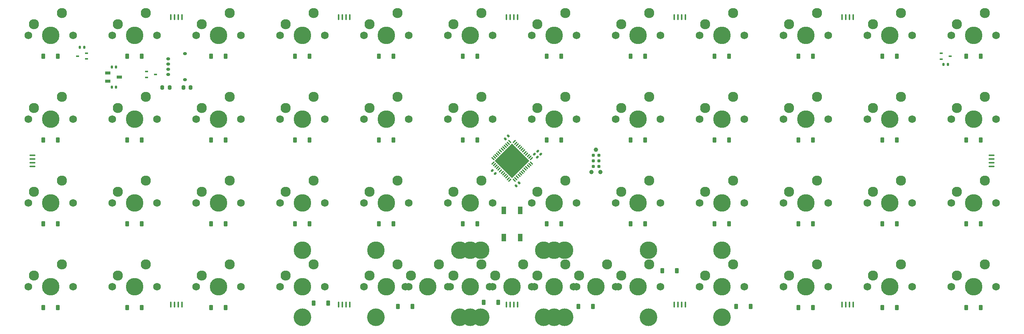
<source format=gbr>
%TF.GenerationSoftware,KiCad,Pcbnew,7.0.1*%
%TF.CreationDate,2023-07-16T15:06:49-04:00*%
%TF.ProjectId,PCB,5043422e-6b69-4636-9164-5f7063625858,rev?*%
%TF.SameCoordinates,Original*%
%TF.FileFunction,Soldermask,Bot*%
%TF.FilePolarity,Negative*%
%FSLAX46Y46*%
G04 Gerber Fmt 4.6, Leading zero omitted, Abs format (unit mm)*
G04 Created by KiCad (PCBNEW 7.0.1) date 2023-07-16 15:06:49*
%MOMM*%
%LPD*%
G01*
G04 APERTURE LIST*
G04 Aperture macros list*
%AMRoundRect*
0 Rectangle with rounded corners*
0 $1 Rounding radius*
0 $2 $3 $4 $5 $6 $7 $8 $9 X,Y pos of 4 corners*
0 Add a 4 corners polygon primitive as box body*
4,1,4,$2,$3,$4,$5,$6,$7,$8,$9,$2,$3,0*
0 Add four circle primitives for the rounded corners*
1,1,$1+$1,$2,$3*
1,1,$1+$1,$4,$5*
1,1,$1+$1,$6,$7*
1,1,$1+$1,$8,$9*
0 Add four rect primitives between the rounded corners*
20,1,$1+$1,$2,$3,$4,$5,0*
20,1,$1+$1,$4,$5,$6,$7,0*
20,1,$1+$1,$6,$7,$8,$9,0*
20,1,$1+$1,$8,$9,$2,$3,0*%
%AMRotRect*
0 Rectangle, with rotation*
0 The origin of the aperture is its center*
0 $1 length*
0 $2 width*
0 $3 Rotation angle, in degrees counterclockwise*
0 Add horizontal line*
21,1,$1,$2,0,0,$3*%
G04 Aperture macros list end*
%ADD10C,1.750000*%
%ADD11C,3.987800*%
%ADD12C,2.300000*%
%ADD13C,4.000000*%
%ADD14RoundRect,0.105000X0.105000X0.545000X-0.105000X0.545000X-0.105000X-0.545000X0.105000X-0.545000X0*%
%ADD15RoundRect,0.225000X-0.225000X-0.375000X0.225000X-0.375000X0.225000X0.375000X-0.225000X0.375000X0*%
%ADD16RoundRect,0.105000X-0.105000X-0.545000X0.105000X-0.545000X0.105000X0.545000X-0.105000X0.545000X0*%
%ADD17RoundRect,0.062500X-0.220971X-0.309359X0.309359X0.220971X0.220971X0.309359X-0.309359X-0.220971X0*%
%ADD18RoundRect,0.062500X0.220971X-0.309359X0.309359X-0.220971X-0.220971X0.309359X-0.309359X0.220971X0*%
%ADD19RotRect,5.600000X5.600000X45.000000*%
%ADD20R,1.100000X1.800000*%
%ADD21R,0.700000X0.450000*%
%ADD22RoundRect,0.135000X0.135000X0.185000X-0.135000X0.185000X-0.135000X-0.185000X0.135000X-0.185000X0*%
%ADD23RoundRect,0.225000X0.225000X0.375000X-0.225000X0.375000X-0.225000X-0.375000X0.225000X-0.375000X0*%
%ADD24RoundRect,0.140000X-0.021213X0.219203X-0.219203X0.021213X0.021213X-0.219203X0.219203X-0.021213X0*%
%ADD25RoundRect,0.140000X0.021213X-0.219203X0.219203X-0.021213X-0.021213X0.219203X-0.219203X0.021213X0*%
%ADD26C,0.990600*%
%ADD27C,0.787400*%
%ADD28RoundRect,0.140000X-0.219203X-0.021213X-0.021213X-0.219203X0.219203X0.021213X0.021213X0.219203X0*%
%ADD29RoundRect,0.105000X-0.545000X0.105000X-0.545000X-0.105000X0.545000X-0.105000X0.545000X0.105000X0*%
%ADD30RoundRect,0.200000X0.200000X0.275000X-0.200000X0.275000X-0.200000X-0.275000X0.200000X-0.275000X0*%
%ADD31RoundRect,0.140000X-0.140000X-0.170000X0.140000X-0.170000X0.140000X0.170000X-0.140000X0.170000X0*%
%ADD32RoundRect,0.135000X-0.135000X-0.185000X0.135000X-0.185000X0.135000X0.185000X-0.135000X0.185000X0*%
%ADD33RoundRect,0.140000X0.219203X0.021213X0.021213X0.219203X-0.219203X-0.021213X-0.021213X-0.219203X0*%
%ADD34R,1.220000X0.650000*%
%ADD35RoundRect,0.105000X0.545000X-0.105000X0.545000X0.105000X-0.545000X0.105000X-0.545000X-0.105000X0*%
%ADD36RoundRect,0.200000X-0.200000X-0.275000X0.200000X-0.275000X0.200000X0.275000X-0.200000X0.275000X0*%
%ADD37RoundRect,0.140000X0.140000X0.170000X-0.140000X0.170000X-0.140000X-0.170000X0.140000X-0.170000X0*%
%ADD38RoundRect,0.150000X-0.275000X0.150000X-0.275000X-0.150000X0.275000X-0.150000X0.275000X0.150000X0*%
%ADD39RoundRect,0.175000X-0.225000X0.175000X-0.225000X-0.175000X0.225000X-0.175000X0.225000X0.175000X0*%
G04 APERTURE END LIST*
D10*
%TO.C,SW32*%
X175577500Y-75009375D03*
D11*
X180657500Y-75009375D03*
D10*
X185737500Y-75009375D03*
D12*
X176847500Y-72469375D03*
X183197500Y-69929375D03*
%TD*%
D10*
%TO.C,SW39*%
X80327500Y-94059375D03*
D11*
X85407500Y-94059375D03*
D10*
X90487500Y-94059375D03*
D12*
X81597500Y-91519375D03*
X87947500Y-88979375D03*
%TD*%
D13*
%TO.C,S2*%
X199707500Y-101044375D03*
D11*
X199707500Y-85804375D03*
D13*
X104457500Y-101044375D03*
D11*
X104457500Y-85804375D03*
%TD*%
D10*
%TO.C,SW16*%
X99377500Y-55959375D03*
D11*
X104457500Y-55959375D03*
D10*
X109537500Y-55959375D03*
D12*
X100647500Y-53419375D03*
X106997500Y-50879375D03*
%TD*%
D10*
%TO.C,SW44*%
X175577500Y-94059375D03*
D11*
X180657500Y-94059375D03*
D10*
X185737500Y-94059375D03*
D12*
X176847500Y-91519375D03*
X183197500Y-88979375D03*
%TD*%
D10*
%TO.C,SW11*%
X232727500Y-36909375D03*
D11*
X237807500Y-36909375D03*
D10*
X242887500Y-36909375D03*
D12*
X233997500Y-34369375D03*
X240347500Y-31829375D03*
%TD*%
D11*
%TO.C,SW53*%
X256857500Y-36909375D03*
%TD*%
D10*
%TO.C,SW8*%
X175577500Y-36909375D03*
D11*
X180657500Y-36909375D03*
D10*
X185737500Y-36909375D03*
D12*
X176847500Y-34369375D03*
X183197500Y-31829375D03*
%TD*%
D10*
%TO.C,SW51*%
X166052500Y-94059375D03*
D11*
X171132500Y-94059375D03*
D10*
X176212500Y-94059375D03*
D12*
X167322500Y-91519375D03*
X173672500Y-88979375D03*
%TD*%
D10*
%TO.C,SW22*%
X213677500Y-55959375D03*
D11*
X218757500Y-55959375D03*
D10*
X223837500Y-55959375D03*
D12*
X214947500Y-53419375D03*
X221297500Y-50879375D03*
%TD*%
D10*
%TO.C,SW28*%
X99377500Y-75009375D03*
D11*
X104457500Y-75009375D03*
D10*
X109537500Y-75009375D03*
D12*
X100647500Y-72469375D03*
X106997500Y-69929375D03*
%TD*%
D10*
%TO.C,SW47*%
X232727500Y-94059375D03*
D11*
X237807500Y-94059375D03*
D10*
X242887500Y-94059375D03*
D12*
X233997500Y-91519375D03*
X240347500Y-88979375D03*
%TD*%
D10*
%TO.C,SW46*%
X213677500Y-94059375D03*
D11*
X218757500Y-94059375D03*
D10*
X223837500Y-94059375D03*
D12*
X214947500Y-91519375D03*
X221297500Y-88979375D03*
%TD*%
D13*
%TO.C,S1*%
X163988750Y-101044375D03*
D11*
X163988750Y-85804375D03*
D13*
X140176250Y-101044375D03*
D11*
X140176250Y-85804375D03*
%TD*%
D10*
%TO.C,SW43*%
X156527500Y-94059375D03*
D11*
X161607500Y-94059375D03*
D10*
X166687500Y-94059375D03*
D12*
X157797500Y-91519375D03*
X164147500Y-88979375D03*
%TD*%
D10*
%TO.C,SW10*%
X213677500Y-36909375D03*
D11*
X218757500Y-36909375D03*
D10*
X223837500Y-36909375D03*
D12*
X214947500Y-34369375D03*
X221297500Y-31829375D03*
%TD*%
D13*
%TO.C,S3*%
X142557500Y-101044375D03*
D11*
X142557500Y-85804375D03*
D13*
X104457500Y-101044375D03*
D11*
X104457500Y-85804375D03*
%TD*%
D10*
%TO.C,SW34*%
X213677500Y-75009375D03*
D11*
X218757500Y-75009375D03*
D10*
X223837500Y-75009375D03*
D12*
X214947500Y-72469375D03*
X221297500Y-69929375D03*
%TD*%
D10*
%TO.C,SW29*%
X118427500Y-75009375D03*
D11*
X123507500Y-75009375D03*
D10*
X128587500Y-75009375D03*
D12*
X119697500Y-72469375D03*
X126047500Y-69929375D03*
%TD*%
D10*
%TO.C,SW19*%
X156527500Y-55959375D03*
D11*
X161607500Y-55959375D03*
D10*
X166687500Y-55959375D03*
D12*
X157797500Y-53419375D03*
X164147500Y-50879375D03*
%TD*%
D10*
%TO.C,SW4*%
X99377500Y-36909375D03*
D11*
X104457500Y-36909375D03*
D10*
X109537500Y-36909375D03*
D12*
X100647500Y-34369375D03*
X106997500Y-31829375D03*
%TD*%
D10*
%TO.C,SW49*%
X127881875Y-94059375D03*
D11*
X132961875Y-94059375D03*
D10*
X138041875Y-94059375D03*
D12*
X129151875Y-91519375D03*
X135501875Y-88979375D03*
%TD*%
D10*
%TO.C,SW45*%
X194627500Y-94059375D03*
D11*
X199707500Y-94059375D03*
D10*
X204787500Y-94059375D03*
D12*
X195897500Y-91519375D03*
X202247500Y-88979375D03*
%TD*%
D10*
%TO.C,SW9*%
X194627500Y-36909375D03*
D11*
X199707500Y-36909375D03*
D10*
X204787500Y-36909375D03*
D12*
X195897500Y-34369375D03*
X202247500Y-31829375D03*
%TD*%
D13*
%TO.C,S4*%
X199707500Y-101044375D03*
D11*
X199707500Y-85804375D03*
D13*
X161607500Y-101044375D03*
D11*
X161607500Y-85804375D03*
%TD*%
D10*
%TO.C,SW1*%
X42227500Y-36909375D03*
D11*
X47307500Y-36909375D03*
D10*
X52387500Y-36909375D03*
D12*
X43497500Y-34369375D03*
X49847500Y-31829375D03*
%TD*%
D10*
%TO.C,SW36*%
X251777500Y-75009375D03*
D11*
X256857500Y-75009375D03*
D10*
X261937500Y-75009375D03*
D12*
X253047500Y-72469375D03*
X259397500Y-69929375D03*
%TD*%
D10*
%TO.C,SW33*%
X194627500Y-75009375D03*
D11*
X199707500Y-75009375D03*
D10*
X204787500Y-75009375D03*
D12*
X195897500Y-72469375D03*
X202247500Y-69929375D03*
%TD*%
D10*
%TO.C,SW3*%
X80327500Y-36909375D03*
D11*
X85407500Y-36909375D03*
D10*
X90487500Y-36909375D03*
D12*
X81597500Y-34369375D03*
X87947500Y-31829375D03*
%TD*%
D10*
%TO.C,SW27*%
X80327500Y-75009375D03*
D11*
X85407500Y-75009375D03*
D10*
X90487500Y-75009375D03*
D12*
X81597500Y-72469375D03*
X87947500Y-69929375D03*
%TD*%
D10*
%TO.C,SW12*%
X251777500Y-36909375D03*
D11*
X256857500Y-36909375D03*
D10*
X261937500Y-36909375D03*
D12*
X253047500Y-34369375D03*
X259397500Y-31829375D03*
%TD*%
D10*
%TO.C,SW48*%
X251777500Y-94059375D03*
D11*
X256857500Y-94059375D03*
D10*
X261937500Y-94059375D03*
D12*
X253047500Y-91519375D03*
X259397500Y-88979375D03*
%TD*%
D10*
%TO.C,SW35*%
X232727500Y-75009375D03*
D11*
X237807500Y-75009375D03*
D10*
X242887500Y-75009375D03*
D12*
X233997500Y-72469375D03*
X240347500Y-69929375D03*
%TD*%
D10*
%TO.C,SW13*%
X42227500Y-55959375D03*
D11*
X47307500Y-55959375D03*
D10*
X52387500Y-55959375D03*
D12*
X43497500Y-53419375D03*
X49847500Y-50879375D03*
%TD*%
D10*
%TO.C,SW38*%
X61277500Y-94059375D03*
D11*
X66357500Y-94059375D03*
D10*
X71437500Y-94059375D03*
D12*
X62547500Y-91519375D03*
X68897500Y-88979375D03*
%TD*%
D10*
%TO.C,SW31*%
X156527500Y-75009375D03*
D11*
X161607500Y-75009375D03*
D10*
X166687500Y-75009375D03*
D12*
X157797500Y-72469375D03*
X164147500Y-69929375D03*
%TD*%
D10*
%TO.C,SW50*%
X147002500Y-94059375D03*
D11*
X152082500Y-94059375D03*
D10*
X157162500Y-94059375D03*
D12*
X148272500Y-91519375D03*
X154622500Y-88979375D03*
%TD*%
D10*
%TO.C,SW23*%
X232727500Y-55959375D03*
D11*
X237807500Y-55959375D03*
D10*
X242887500Y-55959375D03*
D12*
X233997500Y-53419375D03*
X240347500Y-50879375D03*
%TD*%
D10*
%TO.C,SW17*%
X118427500Y-55959375D03*
D11*
X123507500Y-55959375D03*
D10*
X128587500Y-55959375D03*
D12*
X119697500Y-53419375D03*
X126047500Y-50879375D03*
%TD*%
D10*
%TO.C,SW25*%
X42227500Y-75009375D03*
D11*
X47307500Y-75009375D03*
D10*
X52387500Y-75009375D03*
D12*
X43497500Y-72469375D03*
X49847500Y-69929375D03*
%TD*%
D13*
%TO.C,S6*%
X183038750Y-101044375D03*
D11*
X183038750Y-85804375D03*
D13*
X159226250Y-101044375D03*
D11*
X159226250Y-85804375D03*
%TD*%
D10*
%TO.C,SW5*%
X118427500Y-36909375D03*
D11*
X123507500Y-36909375D03*
D10*
X128587500Y-36909375D03*
D12*
X119697500Y-34369375D03*
X126047500Y-31829375D03*
%TD*%
D11*
%TO.C,SW52*%
X47307500Y-36909375D03*
%TD*%
D10*
%TO.C,SW7*%
X156527500Y-36909375D03*
D11*
X161607500Y-36909375D03*
D10*
X166687500Y-36909375D03*
D12*
X157797500Y-34369375D03*
X164147500Y-31829375D03*
%TD*%
D10*
%TO.C,SW30*%
X137477500Y-75009375D03*
D11*
X142557500Y-75009375D03*
D10*
X147637500Y-75009375D03*
D12*
X138747500Y-72469375D03*
X145097500Y-69929375D03*
%TD*%
D10*
%TO.C,SW2*%
X61277500Y-36909375D03*
D11*
X66357500Y-36909375D03*
D10*
X71437500Y-36909375D03*
D12*
X62547500Y-34369375D03*
X68897500Y-31829375D03*
%TD*%
D10*
%TO.C,SW42*%
X137477500Y-94059375D03*
D11*
X142557500Y-94059375D03*
D10*
X147637500Y-94059375D03*
D12*
X138747500Y-91519375D03*
X145097500Y-88979375D03*
%TD*%
D10*
%TO.C,SW15*%
X80327500Y-55959375D03*
D11*
X85407500Y-55959375D03*
D10*
X90487500Y-55959375D03*
D12*
X81597500Y-53419375D03*
X87947500Y-50879375D03*
%TD*%
D10*
%TO.C,SW24*%
X251777500Y-55959375D03*
D11*
X256857500Y-55959375D03*
D10*
X261937500Y-55959375D03*
D12*
X253047500Y-53419375D03*
X259397500Y-50879375D03*
%TD*%
D10*
%TO.C,SW18*%
X137477500Y-55959375D03*
D11*
X142557500Y-55959375D03*
D10*
X147637500Y-55959375D03*
D12*
X138747500Y-53419375D03*
X145097500Y-50879375D03*
%TD*%
D10*
%TO.C,SW21*%
X194627500Y-55959375D03*
D11*
X199707500Y-55959375D03*
D10*
X204787500Y-55959375D03*
D12*
X195897500Y-53419375D03*
X202247500Y-50879375D03*
%TD*%
D10*
%TO.C,SW40*%
X99377500Y-94059375D03*
D11*
X104457500Y-94059375D03*
D10*
X109537500Y-94059375D03*
D12*
X100647500Y-91519375D03*
X106997500Y-88979375D03*
%TD*%
D10*
%TO.C,SW26*%
X61277500Y-75009375D03*
D11*
X66357500Y-75009375D03*
D10*
X71437500Y-75009375D03*
D12*
X62547500Y-72469375D03*
X68897500Y-69929375D03*
%TD*%
D10*
%TO.C,SW41*%
X118427500Y-94059375D03*
D11*
X123507500Y-94059375D03*
D10*
X128587500Y-94059375D03*
D12*
X119697500Y-91519375D03*
X126047500Y-88979375D03*
%TD*%
D10*
%TO.C,SW37*%
X42227500Y-94059375D03*
D11*
X47307500Y-94059375D03*
D10*
X52387500Y-94059375D03*
D12*
X43497500Y-91519375D03*
X49847500Y-88979375D03*
%TD*%
D10*
%TO.C,SW20*%
X175577500Y-55959375D03*
D11*
X180657500Y-55959375D03*
D10*
X185737500Y-55959375D03*
D12*
X176847500Y-53419375D03*
X183197500Y-50879375D03*
%TD*%
D10*
%TO.C,SW6*%
X137477500Y-36909375D03*
D11*
X142557500Y-36909375D03*
D10*
X147637500Y-36909375D03*
D12*
X138747500Y-34369375D03*
X145097500Y-31829375D03*
%TD*%
D10*
%TO.C,SW14*%
X61277500Y-55959375D03*
D11*
X66357500Y-55959375D03*
D10*
X71437500Y-55959375D03*
D12*
X62547500Y-53419375D03*
X68897500Y-50879375D03*
%TD*%
D13*
%TO.C,S5*%
X144938750Y-101044375D03*
D11*
X144938750Y-85804375D03*
D13*
X121126250Y-101044375D03*
D11*
X121126250Y-85804375D03*
%TD*%
D14*
%TO.C,LED3*%
X153355000Y-98171875D03*
X152505000Y-98171875D03*
X151655000Y-98171875D03*
X150805000Y-98171875D03*
%TD*%
D15*
%TO.C,D37*%
X45657500Y-98821875D03*
X48957500Y-98821875D03*
%TD*%
D16*
%TO.C,LED8*%
X112710000Y-32796875D03*
X113560000Y-32796875D03*
X114410000Y-32796875D03*
X115260000Y-32796875D03*
%TD*%
D15*
%TO.C,D27*%
X83757500Y-79771875D03*
X87057500Y-79771875D03*
%TD*%
%TO.C,D13*%
X45657500Y-60721875D03*
X48957500Y-60721875D03*
%TD*%
%TO.C,D10*%
X217107500Y-41671875D03*
X220407500Y-41671875D03*
%TD*%
%TO.C,D22*%
X217107500Y-60721875D03*
X220407500Y-60721875D03*
%TD*%
%TO.C,D30*%
X140907500Y-79771875D03*
X144207500Y-79771875D03*
%TD*%
D17*
%TO.C,U2*%
X151596364Y-69859598D03*
X151242811Y-69506045D03*
X150889257Y-69152491D03*
X150535704Y-68798938D03*
X150182151Y-68445385D03*
X149828597Y-68091831D03*
X149475044Y-67738278D03*
X149121490Y-67384724D03*
X148767937Y-67031171D03*
X148414384Y-66677618D03*
X148060830Y-66324064D03*
X147707277Y-65970511D03*
D18*
X147707277Y-64998239D03*
X148060830Y-64644686D03*
X148414384Y-64291132D03*
X148767937Y-63937579D03*
X149121490Y-63584026D03*
X149475044Y-63230472D03*
X149828597Y-62876919D03*
X150182151Y-62523365D03*
X150535704Y-62169812D03*
X150889257Y-61816259D03*
X151242811Y-61462705D03*
X151596364Y-61109152D03*
D17*
X152568636Y-61109152D03*
X152922189Y-61462705D03*
X153275743Y-61816259D03*
X153629296Y-62169812D03*
X153982849Y-62523365D03*
X154336403Y-62876919D03*
X154689956Y-63230472D03*
X155043510Y-63584026D03*
X155397063Y-63937579D03*
X155750616Y-64291132D03*
X156104170Y-64644686D03*
X156457723Y-64998239D03*
D18*
X156457723Y-65970511D03*
X156104170Y-66324064D03*
X155750616Y-66677618D03*
X155397063Y-67031171D03*
X155043510Y-67384724D03*
X154689956Y-67738278D03*
X154336403Y-68091831D03*
X153982849Y-68445385D03*
X153629296Y-68798938D03*
X153275743Y-69152491D03*
X152922189Y-69506045D03*
X152568636Y-69859598D03*
D19*
X152082500Y-65484375D03*
%TD*%
D15*
%TO.C,D18*%
X140907500Y-60721875D03*
X144207500Y-60721875D03*
%TD*%
D20*
%TO.C,SW73*%
X153932500Y-82935375D03*
X153932500Y-76735375D03*
X150232500Y-82935375D03*
X150232500Y-76735375D03*
%TD*%
D16*
%TO.C,LED9*%
X150810000Y-32796875D03*
X151660000Y-32796875D03*
X152510000Y-32796875D03*
X153360000Y-32796875D03*
%TD*%
D21*
%TO.C,Q3*%
X55451250Y-41021875D03*
X55451250Y-42321875D03*
X53451250Y-41671875D03*
%TD*%
D14*
%TO.C,LED5*%
X77155000Y-98171875D03*
X76305000Y-98171875D03*
X75455000Y-98171875D03*
X74605000Y-98171875D03*
%TD*%
D15*
%TO.C,D2*%
X64707500Y-41671875D03*
X68007500Y-41671875D03*
%TD*%
%TO.C,D19*%
X159957500Y-60721875D03*
X163257500Y-60721875D03*
%TD*%
D22*
%TO.C,R5*%
X54961250Y-39671875D03*
X53941250Y-39671875D03*
%TD*%
D15*
%TO.C,D46*%
X217107500Y-98821875D03*
X220407500Y-98821875D03*
%TD*%
D14*
%TO.C,LED2*%
X191455000Y-98171875D03*
X190605000Y-98171875D03*
X189755000Y-98171875D03*
X188905000Y-98171875D03*
%TD*%
D15*
%TO.C,D32*%
X179007500Y-79771875D03*
X182307500Y-79771875D03*
%TD*%
%TO.C,D8*%
X179007500Y-41671875D03*
X182307500Y-41671875D03*
%TD*%
D23*
%TO.C,D42*%
X148970000Y-97631250D03*
X145670000Y-97631250D03*
%TD*%
%TO.C,D44*%
X189451250Y-90487500D03*
X186151250Y-90487500D03*
%TD*%
D15*
%TO.C,D31*%
X159957500Y-79771875D03*
X163257500Y-79771875D03*
%TD*%
D23*
%TO.C,D41*%
X129432500Y-98584375D03*
X126132500Y-98584375D03*
%TD*%
D24*
%TO.C,C4*%
X151181911Y-59784964D03*
X150503089Y-60463786D03*
%TD*%
D25*
%TO.C,C3*%
X153023089Y-71183786D03*
X153701911Y-70504964D03*
%TD*%
D26*
%TO.C,J2*%
X171132500Y-62944375D03*
X172148500Y-68024375D03*
X170116500Y-68024375D03*
D27*
X171767500Y-64214375D03*
X170497500Y-64214375D03*
X171767500Y-65484375D03*
X170497500Y-65484375D03*
X171767500Y-66754375D03*
X170497500Y-66754375D03*
%TD*%
D15*
%TO.C,D25*%
X45657500Y-79771875D03*
X48957500Y-79771875D03*
%TD*%
%TO.C,D23*%
X236157500Y-60721875D03*
X239457500Y-60721875D03*
%TD*%
D23*
%TO.C,D40*%
X110350000Y-97854375D03*
X107050000Y-97854375D03*
%TD*%
D28*
%TO.C,C5*%
X147543089Y-67644964D03*
X148221911Y-68323786D03*
%TD*%
D15*
%TO.C,D14*%
X64707500Y-60721875D03*
X68007500Y-60721875D03*
%TD*%
D29*
%TO.C,LED12*%
X260970000Y-64211875D03*
X260970000Y-65061875D03*
X260970000Y-65911875D03*
X260970000Y-66761875D03*
%TD*%
D16*
%TO.C,LED10*%
X188910000Y-32796875D03*
X189760000Y-32796875D03*
X190610000Y-32796875D03*
X191460000Y-32796875D03*
%TD*%
D23*
%TO.C,D43*%
X170432500Y-98584375D03*
X167132500Y-98584375D03*
%TD*%
D30*
%TO.C,R4*%
X79088750Y-48815625D03*
X77438750Y-48815625D03*
%TD*%
D15*
%TO.C,D48*%
X255207500Y-98821875D03*
X258507500Y-98821875D03*
%TD*%
%TO.C,D34*%
X217107500Y-79771875D03*
X220407500Y-79771875D03*
%TD*%
%TO.C,D39*%
X83757500Y-98821875D03*
X87057500Y-98821875D03*
%TD*%
D31*
%TO.C,C15*%
X61178500Y-44150000D03*
X62138500Y-44150000D03*
%TD*%
D15*
%TO.C,D16*%
X102807500Y-60721875D03*
X106107500Y-60721875D03*
%TD*%
%TO.C,D7*%
X159957500Y-41671875D03*
X163257500Y-41671875D03*
%TD*%
%TO.C,D47*%
X236157500Y-98821875D03*
X239457500Y-98821875D03*
%TD*%
%TO.C,D3*%
X83757500Y-41671875D03*
X87057500Y-41671875D03*
%TD*%
%TO.C,D11*%
X236157500Y-41671875D03*
X239457500Y-41671875D03*
%TD*%
%TO.C,D29*%
X121857500Y-79771875D03*
X125157500Y-79771875D03*
%TD*%
%TO.C,D1*%
X45657500Y-41671875D03*
X48957500Y-41671875D03*
%TD*%
%TO.C,D38*%
X64707500Y-98821875D03*
X68007500Y-98821875D03*
%TD*%
%TO.C,D21*%
X198057500Y-60721875D03*
X201357500Y-60721875D03*
%TD*%
%TO.C,D24*%
X255207500Y-60721875D03*
X258507500Y-60721875D03*
%TD*%
%TO.C,D35*%
X236157500Y-79771875D03*
X239457500Y-79771875D03*
%TD*%
D32*
%TO.C,R6*%
X250022900Y-43589575D03*
X251042900Y-43589575D03*
%TD*%
D15*
%TO.C,D15*%
X83757500Y-60721875D03*
X87057500Y-60721875D03*
%TD*%
D21*
%TO.C,Q2*%
X249532900Y-42334575D03*
X249532900Y-41034575D03*
X251532900Y-41684575D03*
%TD*%
D15*
%TO.C,D20*%
X179007500Y-60721875D03*
X182307500Y-60721875D03*
%TD*%
D33*
%TO.C,C2*%
X158551911Y-63933786D03*
X157873089Y-63254964D03*
%TD*%
D15*
%TO.C,D5*%
X121857500Y-41671875D03*
X125157500Y-41671875D03*
%TD*%
D34*
%TO.C,U4*%
X60262500Y-47400000D03*
X60262500Y-45500000D03*
X62882500Y-46450000D03*
%TD*%
D35*
%TO.C,LED6*%
X43195000Y-66756875D03*
X43195000Y-65906875D03*
X43195000Y-65056875D03*
X43195000Y-64206875D03*
%TD*%
D16*
%TO.C,LED7*%
X74610000Y-32796875D03*
X75460000Y-32796875D03*
X76310000Y-32796875D03*
X77160000Y-32796875D03*
%TD*%
D36*
%TO.C,D49*%
X72676250Y-48815625D03*
X74326250Y-48815625D03*
%TD*%
D14*
%TO.C,LED4*%
X115255000Y-98171875D03*
X114405000Y-98171875D03*
X113555000Y-98171875D03*
X112705000Y-98171875D03*
%TD*%
D33*
%TO.C,C1*%
X157851911Y-64633786D03*
X157173089Y-63954964D03*
%TD*%
D15*
%TO.C,D17*%
X121857500Y-60721875D03*
X125157500Y-60721875D03*
%TD*%
D21*
%TO.C,Q1*%
X69092500Y-46503125D03*
X69092500Y-45203125D03*
X71092500Y-45853125D03*
%TD*%
D15*
%TO.C,D36*%
X255207500Y-79771875D03*
X258507500Y-79771875D03*
%TD*%
%TO.C,D33*%
X198057500Y-79771875D03*
X201357500Y-79771875D03*
%TD*%
%TO.C,D9*%
X198057500Y-41671875D03*
X201357500Y-41671875D03*
%TD*%
D37*
%TO.C,C13*%
X62138500Y-48720375D03*
X61178500Y-48720375D03*
%TD*%
D15*
%TO.C,D12*%
X255207500Y-41671875D03*
X258507500Y-41671875D03*
%TD*%
D14*
%TO.C,LED1*%
X229555000Y-98171875D03*
X228705000Y-98171875D03*
X227855000Y-98171875D03*
X227005000Y-98171875D03*
%TD*%
D16*
%TO.C,LED11*%
X227010000Y-32796875D03*
X227860000Y-32796875D03*
X228710000Y-32796875D03*
X229560000Y-32796875D03*
%TD*%
D15*
%TO.C,D26*%
X64707500Y-79771875D03*
X68007500Y-79771875D03*
%TD*%
%TO.C,D4*%
X102807500Y-41671875D03*
X106107500Y-41671875D03*
%TD*%
D38*
%TO.C,J1*%
X74007500Y-42253125D03*
X74007500Y-43453125D03*
X74007500Y-44653125D03*
X74007500Y-45853125D03*
D39*
X77782500Y-41103125D03*
X77782500Y-47003125D03*
%TD*%
D15*
%TO.C,D28*%
X102807500Y-79771875D03*
X106107500Y-79771875D03*
%TD*%
%TO.C,D6*%
X140907500Y-41671875D03*
X144207500Y-41671875D03*
%TD*%
D23*
%TO.C,D45*%
X206232500Y-98584375D03*
X202932500Y-98584375D03*
%TD*%
M02*

</source>
